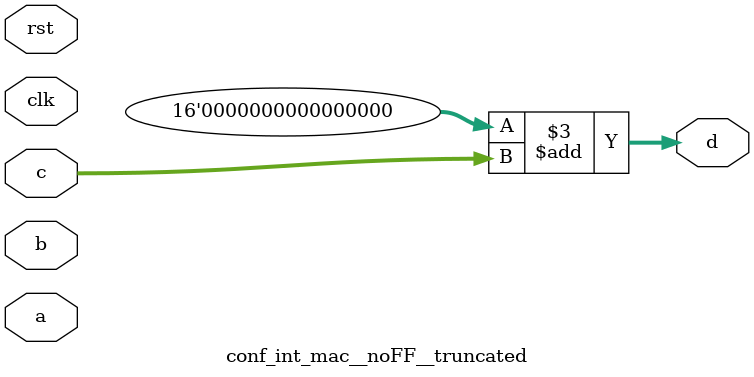
<source format=v>

module conf_int_mac__noFF__truncated( clk, rst, a, b, c, d
 );
//--- parameters
//parameter NAB_RND = 0
parameter OP_BITWIDTH = 16; //operator bit width
parameter DATA_PATH_BITWIDTH = 16; //flip flop Bit width
parameter NAB = 12; //flip flop Bit width

//--- input,outputs
input clk;
input rst;
input [DATA_PATH_BITWIDTH -1:0] a;
input [DATA_PATH_BITWIDTH-1:0] b;
input [DATA_PATH_BITWIDTH-1:0] c;
output [DATA_PATH_BITWIDTH-1:0] d;


//--- no flop design
wire [2*(DATA_PATH_BITWIDTH - NAB): 0]  d_temp ;
assign d_temp = (a[DATA_PATH_BITWIDTH-1: NAB] * b[DATA_PATH_BITWIDTH-1:NAB]);
assign  d[DATA_PATH_BITWIDTH-1: 0] = (d_temp << 2*NAB) + c[DATA_PATH_BITWIDTH-1: 0];
//assign d[2*NAB - 1: 0] = {{2*NAB}{1'b0}};

endmodule

</source>
